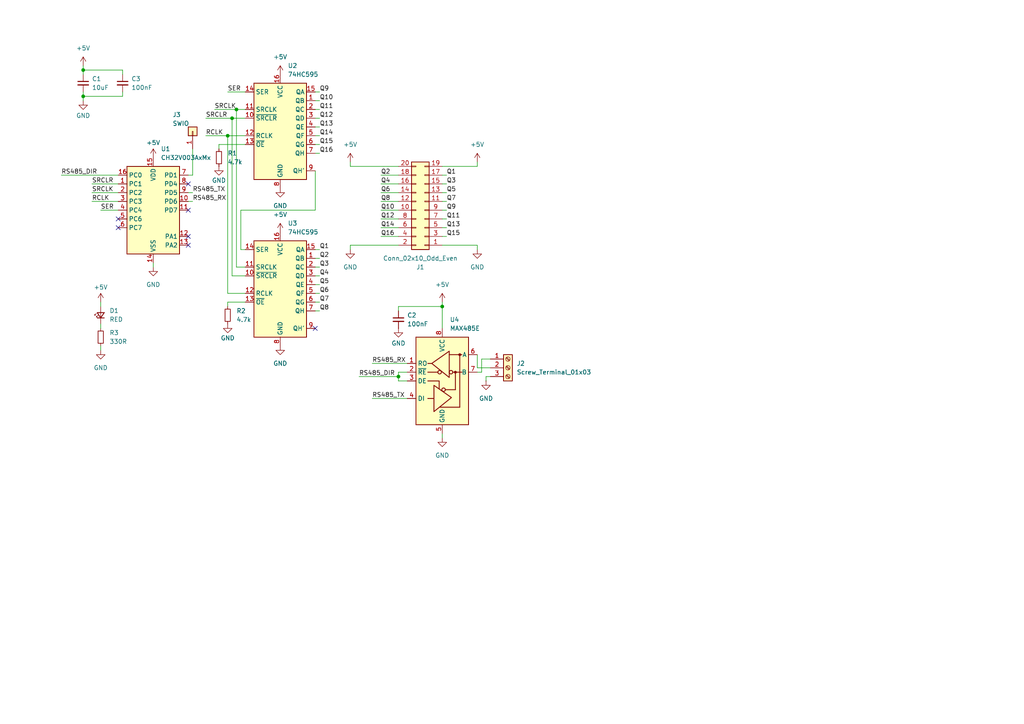
<source format=kicad_sch>
(kicad_sch (version 20231120) (generator "eeschema") (generator_version "8.0")
  (paper "A4")
  (lib_symbols
    (symbol "74xx:74HC595"
      (property "Reference" "U" (at -7.62 13.97 0))
      (property "Value" "74HC595" (at -7.62 -16.51 0))
      (symbol "74HC595_1_0"
        (pin tri_state line (at 10.16 7.62 180) (length 2.54) (name "QB") (number "1"))
        (pin input line (at -10.16 2.54 0) (length 2.54) (name "~{SRCLR}") (number "10"))
        (pin input line (at -10.16 5.08 0) (length 2.54) (name "SRCLK") (number "11"))
        (pin input line (at -10.16 -2.54 0) (length 2.54) (name "RCLK") (number "12"))
        (pin input line (at -10.16 -5.08 0) (length 2.54) (name "~{OE}") (number "13"))
        (pin input line (at -10.16 10.16 0) (length 2.54) (name "SER") (number "14"))
        (pin tri_state line (at 10.16 10.16 180) (length 2.54) (name "QA") (number "15"))
        (pin power_in line (at 0 15.24 270) (length 2.54) (name "VCC") (number "16"))
        (pin tri_state line (at 10.16 5.08 180) (length 2.54) (name "QC") (number "2"))
        (pin tri_state line (at 10.16 2.54 180) (length 2.54) (name "QD") (number "3"))
        (pin tri_state line (at 10.16 0 180) (length 2.54) (name "QE") (number "4"))
        (pin tri_state line (at 10.16 -2.54 180) (length 2.54) (name "QF") (number "5"))
        (pin tri_state line (at 10.16 -5.08 180) (length 2.54) (name "QG") (number "6"))
        (pin tri_state line (at 10.16 -7.62 180) (length 2.54) (name "QH") (number "7"))
        (pin power_in line (at 0 -17.78 90) (length 2.54) (name "GND") (number "8"))
        (pin output line (at 10.16 -12.7 180) (length 2.54) (name "QH'") (number "9"))
      )
      (symbol "74HC595_1_1"
        (rectangle (start -7.62 12.7) (end 7.62 -15.24) (stroke (width 0.254)) (fill (type background)))
      )
    )
    (symbol "Connector:Screw_Terminal_01x03" (pin_names (offset 1.016) hide)
      (property "Reference" "J" (at 0 5.08 0))
      (property "Value" "Screw_Terminal_01x03" (at 0 -5.08 0))
      (symbol "Screw_Terminal_01x03_1_1"
        (rectangle (start -1.27 3.81) (end 1.27 -3.81) (stroke (width 0.254)) (fill (type background)))
        (circle (center 0 -2.54) (radius 0.635) (stroke (width 0.1524)))
        (polyline (pts (xy -0.5334 -2.2098) (xy 0.3302 -3.048)) (stroke (width 0.1524)))
        (polyline (pts (xy -0.5334 0.3302) (xy 0.3302 -0.508)) (stroke (width 0.1524)))
        (polyline (pts (xy -0.5334 2.8702) (xy 0.3302 2.032)) (stroke (width 0.1524)))
        (polyline (pts (xy -0.3556 -2.032) (xy 0.508 -2.8702)) (stroke (width 0.1524)))
        (polyline (pts (xy -0.3556 0.508) (xy 0.508 -0.3302)) (stroke (width 0.1524)))
        (polyline (pts (xy -0.3556 3.048) (xy 0.508 2.2098)) (stroke (width 0.1524)))
        (circle (center 0 0) (radius 0.635) (stroke (width 0.1524)))
        (circle (center 0 2.54) (radius 0.635) (stroke (width 0.1524)))
        (pin passive line (at -5.08 2.54 0) (length 3.81) (name "Pin_1") (number "1"))
        (pin passive line (at -5.08 0 0) (length 3.81) (name "Pin_2") (number "2"))
        (pin passive line (at -5.08 -2.54 0) (length 3.81) (name "Pin_3") (number "3"))
      )
    )
    (symbol "Connector_Generic:Conn_01x01" (pin_names (offset 1.016) hide)
      (property "Reference" "J" (at 0 2.54 0))
      (property "Value" "Conn_01x01" (at 0 -2.54 0))
      (symbol "Conn_01x01_1_1"
        (rectangle (start -1.27 0.127) (end 0 -0.127) (stroke (width 0.1524)))
        (rectangle (start -1.27 1.27) (end 1.27 -1.27) (stroke (width 0.254)) (fill (type background)))
        (pin passive line (at -5.08 0 0) (length 3.81) (name "Pin_1") (number "1"))
      )
    )
    (symbol "Connector_Generic:Conn_02x10_Odd_Even" (pin_names (offset 1.016) hide)
      (property "Reference" "J" (at 1.27 12.7 0))
      (property "Value" "Conn_02x10_Odd_Even" (at 1.27 -15.24 0))
      (symbol "Conn_02x10_Odd_Even_1_1"
        (rectangle (start -1.27 -12.573) (end 0 -12.827) (stroke (width 0.1524)))
        (rectangle (start -1.27 -10.033) (end 0 -10.287) (stroke (width 0.1524)))
        (rectangle (start -1.27 -7.493) (end 0 -7.747) (stroke (width 0.1524)))
        (rectangle (start -1.27 -4.953) (end 0 -5.207) (stroke (width 0.1524)))
        (rectangle (start -1.27 -2.413) (end 0 -2.667) (stroke (width 0.1524)))
        (rectangle (start -1.27 0.127) (end 0 -0.127) (stroke (width 0.1524)))
        (rectangle (start -1.27 2.667) (end 0 2.413) (stroke (width 0.1524)))
        (rectangle (start -1.27 5.207) (end 0 4.953) (stroke (width 0.1524)))
        (rectangle (start -1.27 7.747) (end 0 7.493) (stroke (width 0.1524)))
        (rectangle (start -1.27 10.287) (end 0 10.033) (stroke (width 0.1524)))
        (rectangle (start -1.27 11.43) (end 3.81 -13.97) (stroke (width 0.254)) (fill (type background)))
        (rectangle (start 3.81 -12.573) (end 2.54 -12.827) (stroke (width 0.1524)))
        (rectangle (start 3.81 -10.033) (end 2.54 -10.287) (stroke (width 0.1524)))
        (rectangle (start 3.81 -7.493) (end 2.54 -7.747) (stroke (width 0.1524)))
        (rectangle (start 3.81 -4.953) (end 2.54 -5.207) (stroke (width 0.1524)))
        (rectangle (start 3.81 -2.413) (end 2.54 -2.667) (stroke (width 0.1524)))
        (rectangle (start 3.81 0.127) (end 2.54 -0.127) (stroke (width 0.1524)))
        (rectangle (start 3.81 2.667) (end 2.54 2.413) (stroke (width 0.1524)))
        (rectangle (start 3.81 5.207) (end 2.54 4.953) (stroke (width 0.1524)))
        (rectangle (start 3.81 7.747) (end 2.54 7.493) (stroke (width 0.1524)))
        (rectangle (start 3.81 10.287) (end 2.54 10.033) (stroke (width 0.1524)))
        (pin passive line (at -5.08 10.16 0) (length 3.81) (name "Pin_1") (number "1"))
        (pin passive line (at 7.62 0 180) (length 3.81) (name "Pin_10") (number "10"))
        (pin passive line (at -5.08 -2.54 0) (length 3.81) (name "Pin_11") (number "11"))
        (pin passive line (at 7.62 -2.54 180) (length 3.81) (name "Pin_12") (number "12"))
        (pin passive line (at -5.08 -5.08 0) (length 3.81) (name "Pin_13") (number "13"))
        (pin passive line (at 7.62 -5.08 180) (length 3.81) (name "Pin_14") (number "14"))
        (pin passive line (at -5.08 -7.62 0) (length 3.81) (name "Pin_15") (number "15"))
        (pin passive line (at 7.62 -7.62 180) (length 3.81) (name "Pin_16") (number "16"))
        (pin passive line (at -5.08 -10.16 0) (length 3.81) (name "Pin_17") (number "17"))
        (pin passive line (at 7.62 -10.16 180) (length 3.81) (name "Pin_18") (number "18"))
        (pin passive line (at -5.08 -12.7 0) (length 3.81) (name "Pin_19") (number "19"))
        (pin passive line (at 7.62 10.16 180) (length 3.81) (name "Pin_2") (number "2"))
        (pin passive line (at 7.62 -12.7 180) (length 3.81) (name "Pin_20") (number "20"))
        (pin passive line (at -5.08 7.62 0) (length 3.81) (name "Pin_3") (number "3"))
        (pin passive line (at 7.62 7.62 180) (length 3.81) (name "Pin_4") (number "4"))
        (pin passive line (at -5.08 5.08 0) (length 3.81) (name "Pin_5") (number "5"))
        (pin passive line (at 7.62 5.08 180) (length 3.81) (name "Pin_6") (number "6"))
        (pin passive line (at -5.08 2.54 0) (length 3.81) (name "Pin_7") (number "7"))
        (pin passive line (at 7.62 2.54 180) (length 3.81) (name "Pin_8") (number "8"))
        (pin passive line (at -5.08 0 0) (length 3.81) (name "Pin_9") (number "9"))
      )
    )
    (symbol "Device:C_Small" (pin_numbers hide) (pin_names (offset 0.254) hide)
      (property "Reference" "C" (at 0.254 1.778 0))
      (property "Value" "C_Small" (at 0.254 -2.032 0))
      (symbol "C_Small_0_1"
        (polyline (pts (xy -1.524 -0.508) (xy 1.524 -0.508)) (stroke (width 0.3302)))
        (polyline (pts (xy -1.524 0.508) (xy 1.524 0.508)) (stroke (width 0.3048)))
      )
      (symbol "C_Small_1_1"
        (pin passive line (at 0 2.54 270) (length 2.032) (name "~") (number "1"))
        (pin passive line (at 0 -2.54 90) (length 2.032) (name "~") (number "2"))
      )
    )
    (symbol "Device:LED_Small" (pin_numbers hide) (pin_names (offset 0.254) hide)
      (property "Reference" "D" (at -1.27 3.175 0))
      (property "Value" "LED_Small" (at -4.445 -2.54 0))
      (symbol "LED_Small_0_1"
        (polyline (pts (xy -0.762 -1.016) (xy -0.762 1.016)) (stroke (width 0.254)))
        (polyline (pts (xy 1.016 0) (xy -0.762 0)))
        (polyline (pts (xy 0.762 -1.016) (xy -0.762 0) (xy 0.762 1.016) (xy 0.762 -1.016)) (stroke (width 0.254)))
        (polyline (pts (xy 0 0.762) (xy -0.508 1.27) (xy -0.254 1.27) (xy -0.508 1.27) (xy -0.508 1.016)))
        (polyline (pts (xy 0.508 1.27) (xy 0 1.778) (xy 0.254 1.778) (xy 0 1.778) (xy 0 1.524)))
      )
      (symbol "LED_Small_1_1"
        (pin passive line (at -2.54 0 0) (length 1.778) (name "K") (number "1"))
        (pin passive line (at 2.54 0 180) (length 1.778) (name "A") (number "2"))
      )
    )
    (symbol "Device:R_Small" (pin_numbers hide) (pin_names (offset 0.254) hide)
      (property "Reference" "R" (at 0.762 0.508 0))
      (property "Value" "R_Small" (at 0.762 -1.016 0))
      (symbol "R_Small_0_1"
        (rectangle (start -0.762 1.778) (end 0.762 -1.778) (stroke (width 0.2032)))
      )
      (symbol "R_Small_1_1"
        (pin passive line (at 0 2.54 270) (length 0.762) (name "~") (number "1"))
        (pin passive line (at 0 -2.54 90) (length 0.762) (name "~") (number "2"))
      )
    )
    (symbol "Interface_UART:MAX485E"
      (property "Reference" "U" (at -6.985 13.97 0))
      (property "Value" "MAX485E" (at 1.905 13.97 0))
      (symbol "MAX485E_0_1"
        (rectangle (start -7.62 12.7) (end 7.62 -12.7) (stroke (width 0.254)) (fill (type background)))
        (polyline (pts (xy -4.191 2.54) (xy -1.27 2.54)) (stroke (width 0.254)))
        (polyline (pts (xy -2.54 -5.08) (xy -4.191 -5.08)) (stroke (width 0.254)))
        (polyline (pts (xy -0.635 -7.62) (xy 5.08 -7.62)) (stroke (width 0.254)))
        (polyline (pts (xy 0.889 -2.54) (xy 3.81 -2.54)) (stroke (width 0.254)))
        (polyline (pts (xy 2.032 7.62) (xy 5.715 7.62)) (stroke (width 0.254)))
        (polyline (pts (xy 3.048 2.54) (xy 5.715 2.54)) (stroke (width 0.254)))
        (polyline (pts (xy 3.81 -2.54) (xy 3.81 2.54)) (stroke (width 0.254)))
        (polyline (pts (xy 5.08 -7.62) (xy 5.08 7.62)) (stroke (width 0.254)))
        (polyline (pts (xy -4.191 0) (xy -0.889 0) (xy -0.889 -2.286)) (stroke (width 0.254)))
        (polyline (pts (xy -3.175 5.08) (xy -4.191 5.08) (xy -4.064 5.08)) (stroke (width 0.254)))
        (polyline (pts (xy -2.413 -5.08) (xy -2.413 -1.27) (xy 2.667 -4.826) (xy -2.413 -8.89) (xy -2.413 -5.08)) (stroke (width 0.254)))
        (circle (center 0.381 -2.54) (radius 0.508) (stroke (width 0.254)))
        (circle (center 3.81 2.54) (radius 0.2794) (stroke (width 0.254)) (fill (type outline)))
      )
      (symbol "MAX485E_1_1"
        (circle (center -0.762 2.54) (radius 0.508) (stroke (width 0.254)))
        (polyline (pts (xy 2.032 4.826) (xy 2.032 8.636) (xy -3.048 5.08) (xy 2.032 1.016) (xy 2.032 4.826)) (stroke (width 0.254)))
        (circle (center 2.54 2.54) (radius 0.508) (stroke (width 0.254)))
        (circle (center 5.08 7.62) (radius 0.2794) (stroke (width 0.254)) (fill (type outline)))
        (pin output line (at -10.16 5.08 0) (length 2.54) (name "RO") (number "1"))
        (pin input line (at -10.16 2.54 0) (length 2.54) (name "~{RE}") (number "2"))
        (pin input line (at -10.16 0 0) (length 2.54) (name "DE") (number "3"))
        (pin input line (at -10.16 -5.08 0) (length 2.54) (name "DI") (number "4"))
        (pin power_in line (at 0 -15.24 90) (length 2.54) (name "GND") (number "5"))
        (pin bidirectional line (at 10.16 7.62 180) (length 2.54) (name "A") (number "6"))
        (pin bidirectional line (at 10.16 2.54 180) (length 2.54) (name "B") (number "7"))
        (pin power_in line (at 0 15.24 270) (length 2.54) (name "VCC") (number "8"))
      )
    )
    (symbol "MCU_WCH_CH32V0:CH32V003AxMx"
      (property "Reference" "U" (at -7.62 15.24 0))
      (property "Value" "CH32V003AxMx" (at 7.62 15.24 0))
      (symbol "CH32V003AxMx_1_1"
        (rectangle (start -7.62 12.7) (end 7.62 -12.7) (stroke (width 0.254)) (fill (type background)))
        (pin bidirectional line (at -10.16 7.62 0) (length 2.54) (name "PC1") (number "1"))
        (pin bidirectional line (at 10.16 2.54 180) (length 2.54) (name "PD6") (number "10"))
        (pin bidirectional line (at 10.16 0 180) (length 2.54) (name "PD7") (number "11"))
        (pin bidirectional line (at 10.16 -7.62 180) (length 2.54) (name "PA1") (number "12"))
        (pin bidirectional line (at 10.16 -10.16 180) (length 2.54) (name "PA2") (number "13"))
        (pin power_in line (at 0 -15.24 90) (length 2.54) (name "VSS") (number "14"))
        (pin power_in line (at 0 15.24 270) (length 2.54) (name "VDD") (number "15"))
        (pin bidirectional line (at -10.16 10.16 0) (length 2.54) (name "PC0") (number "16"))
        (pin bidirectional line (at -10.16 5.08 0) (length 2.54) (name "PC2") (number "2"))
        (pin bidirectional line (at -10.16 2.54 0) (length 2.54) (name "PC3") (number "3"))
        (pin bidirectional line (at -10.16 0 0) (length 2.54) (name "PC4") (number "4"))
        (pin bidirectional line (at -10.16 -2.54 0) (length 2.54) (name "PC6") (number "5"))
        (pin bidirectional line (at -10.16 -5.08 0) (length 2.54) (name "PC7") (number "6"))
        (pin bidirectional line (at 10.16 10.16 180) (length 2.54) (name "PD1") (number "7"))
        (pin bidirectional line (at 10.16 7.62 180) (length 2.54) (name "PD4") (number "8"))
        (pin bidirectional line (at 10.16 5.08 180) (length 2.54) (name "PD5") (number "9"))
      )
    )
    (symbol "power:+5V" (power) (pin_numbers hide) (pin_names (offset 0) hide)
      (property "Value" "+5V" (at 0 3.556 0))
      (symbol "+5V_0_1"
        (polyline (pts (xy -0.762 1.27) (xy 0 2.54)))
        (polyline (pts (xy 0 0) (xy 0 2.54)))
        (polyline (pts (xy 0 2.54) (xy 0.762 1.27)))
      )
      (symbol "+5V_1_1"
        (pin power_in line (at 0 0 90) (length 0) (name "~") (number "1"))
      )
    )
    (symbol "power:GND" (power) (pin_numbers hide) (pin_names (offset 0) hide)
      (property "Value" "GND" (at 0 -3.81 0))
      (symbol "GND_0_1"
        (polyline (pts (xy 0 0) (xy 0 -1.27) (xy 1.27 -1.27) (xy 0 -2.54) (xy -1.27 -1.27) (xy 0 -1.27)))
      )
      (symbol "GND_1_1"
        (pin power_in line (at 0 0 270) (length 0) (name "~") (number "1"))
      )
    )
  )
  (junction (at 66.04 39.37))
  (junction (at 128.27 88.9))
  (junction (at 115.57 109.22))
  (junction (at 24.13 27.94))
  (junction (at 67.31 34.29))
  (junction (at 24.13 20.32))
  (junction (at 68.58 31.75))
  (no_connect (at 54.61 53.34))
  (no_connect (at 54.61 68.58))
  (no_connect (at 91.44 95.25))
  (no_connect (at 54.61 71.12))
  (no_connect (at 34.29 63.5))
  (no_connect (at 34.29 66.04))
  (no_connect (at 54.61 60.96))
  (wire (pts (xy 110.49 63.5) (xy 115.57 63.5)))
  (wire (pts (xy 115.57 88.9) (xy 115.57 90.17)))
  (wire (pts (xy 91.44 60.96) (xy 69.85 60.96)))
  (wire (pts (xy 69.85 72.39) (xy 71.12 72.39)))
  (wire (pts (xy 91.44 85.09) (xy 92.71 85.09)))
  (wire (pts (xy 140.97 109.22) (xy 140.97 110.49)))
  (wire (pts (xy 128.27 88.9) (xy 115.57 88.9)))
  (wire (pts (xy 128.27 50.8) (xy 129.54 50.8)))
  (wire (pts (xy 91.44 29.21) (xy 92.71 29.21)))
  (wire (pts (xy 128.27 58.42) (xy 129.54 58.42)))
  (wire (pts (xy 115.57 109.22) (xy 115.57 110.49)))
  (wire (pts (xy 35.56 20.32) (xy 35.56 21.59)))
  (wire (pts (xy 128.27 87.63) (xy 128.27 88.9)))
  (wire (pts (xy 67.31 34.29) (xy 67.31 80.01)))
  (wire (pts (xy 66.04 26.67) (xy 71.12 26.67)))
  (wire (pts (xy 91.44 34.29) (xy 92.71 34.29)))
  (wire (pts (xy 110.49 68.58) (xy 115.57 68.58)))
  (wire (pts (xy 91.44 26.67) (xy 92.71 26.67)))
  (wire (pts (xy 24.13 20.32) (xy 24.13 21.59)))
  (wire (pts (xy 91.44 77.47) (xy 92.71 77.47)))
  (wire (pts (xy 128.27 125.73) (xy 128.27 127)))
  (wire (pts (xy 91.44 41.91) (xy 92.71 41.91)))
  (wire (pts (xy 128.27 48.26) (xy 138.43 48.26)))
  (wire (pts (xy 29.21 93.98) (xy 29.21 95.25)))
  (wire (pts (xy 67.31 80.01) (xy 71.12 80.01)))
  (wire (pts (xy 110.49 66.04) (xy 115.57 66.04)))
  (wire (pts (xy 63.5 41.91) (xy 63.5 43.18)))
  (wire (pts (xy 69.85 60.96) (xy 69.85 72.39)))
  (wire (pts (xy 54.61 55.88) (xy 55.88 55.88)))
  (wire (pts (xy 29.21 87.63) (xy 29.21 88.9)))
  (wire (pts (xy 128.27 60.96) (xy 129.54 60.96)))
  (wire (pts (xy 128.27 68.58) (xy 129.54 68.58)))
  (wire (pts (xy 91.44 80.01) (xy 92.71 80.01)))
  (wire (pts (xy 17.78 50.8) (xy 34.29 50.8)))
  (wire (pts (xy 139.7 104.14) (xy 142.24 104.14)))
  (wire (pts (xy 107.95 105.41) (xy 118.11 105.41)))
  (wire (pts (xy 115.57 110.49) (xy 118.11 110.49)))
  (wire (pts (xy 91.44 90.17) (xy 92.71 90.17)))
  (wire (pts (xy 29.21 100.33) (xy 29.21 101.6)))
  (wire (pts (xy 26.67 53.34) (xy 34.29 53.34)))
  (wire (pts (xy 71.12 39.37) (xy 66.04 39.37)))
  (wire (pts (xy 101.6 71.12) (xy 101.6 72.39)))
  (wire (pts (xy 104.14 109.22) (xy 115.57 109.22)))
  (wire (pts (xy 140.97 109.22) (xy 142.24 109.22)))
  (wire (pts (xy 55.88 50.8) (xy 55.88 43.18)))
  (wire (pts (xy 71.12 34.29) (xy 67.31 34.29)))
  (wire (pts (xy 91.44 36.83) (xy 92.71 36.83)))
  (wire (pts (xy 71.12 41.91) (xy 63.5 41.91)))
  (wire (pts (xy 110.49 53.34) (xy 115.57 53.34)))
  (wire (pts (xy 91.44 87.63) (xy 92.71 87.63)))
  (wire (pts (xy 68.58 31.75) (xy 68.58 77.47)))
  (wire (pts (xy 128.27 55.88) (xy 129.54 55.88)))
  (wire (pts (xy 59.69 39.37) (xy 66.04 39.37)))
  (wire (pts (xy 29.21 60.96) (xy 34.29 60.96)))
  (wire (pts (xy 91.44 44.45) (xy 92.71 44.45)))
  (wire (pts (xy 54.61 58.42) (xy 55.88 58.42)))
  (wire (pts (xy 44.45 76.2) (xy 44.45 77.47)))
  (wire (pts (xy 128.27 88.9) (xy 128.27 95.25)))
  (wire (pts (xy 128.27 71.12) (xy 138.43 71.12)))
  (wire (pts (xy 24.13 19.05) (xy 24.13 20.32)))
  (wire (pts (xy 138.43 48.26) (xy 138.43 46.99)))
  (wire (pts (xy 35.56 27.94) (xy 35.56 26.67)))
  (wire (pts (xy 24.13 29.21) (xy 24.13 27.94)))
  (wire (pts (xy 107.95 115.57) (xy 118.11 115.57)))
  (wire (pts (xy 26.67 55.88) (xy 34.29 55.88)))
  (wire (pts (xy 115.57 71.12) (xy 101.6 71.12)))
  (wire (pts (xy 54.61 50.8) (xy 55.88 50.8)))
  (wire (pts (xy 128.27 63.5) (xy 129.54 63.5)))
  (wire (pts (xy 115.57 107.95) (xy 115.57 109.22)))
  (wire (pts (xy 24.13 27.94) (xy 35.56 27.94)))
  (wire (pts (xy 91.44 72.39) (xy 92.71 72.39)))
  (wire (pts (xy 91.44 39.37) (xy 92.71 39.37)))
  (wire (pts (xy 66.04 39.37) (xy 66.04 85.09)))
  (wire (pts (xy 101.6 48.26) (xy 101.6 46.99)))
  (wire (pts (xy 138.43 107.95) (xy 139.7 107.95)))
  (wire (pts (xy 59.69 34.29) (xy 67.31 34.29)))
  (wire (pts (xy 110.49 55.88) (xy 115.57 55.88)))
  (wire (pts (xy 62.23 31.75) (xy 68.58 31.75)))
  (wire (pts (xy 26.67 58.42) (xy 34.29 58.42)))
  (wire (pts (xy 24.13 20.32) (xy 35.56 20.32)))
  (wire (pts (xy 66.04 85.09) (xy 71.12 85.09)))
  (wire (pts (xy 110.49 58.42) (xy 115.57 58.42)))
  (wire (pts (xy 91.44 74.93) (xy 92.71 74.93)))
  (wire (pts (xy 128.27 53.34) (xy 129.54 53.34)))
  (wire (pts (xy 115.57 48.26) (xy 101.6 48.26)))
  (wire (pts (xy 91.44 31.75) (xy 92.71 31.75)))
  (wire (pts (xy 91.44 82.55) (xy 92.71 82.55)))
  (wire (pts (xy 118.11 107.95) (xy 115.57 107.95)))
  (wire (pts (xy 110.49 60.96) (xy 115.57 60.96)))
  (wire (pts (xy 110.49 50.8) (xy 115.57 50.8)))
  (wire (pts (xy 138.43 106.68) (xy 142.24 106.68)))
  (wire (pts (xy 91.44 49.53) (xy 91.44 60.96)))
  (wire (pts (xy 138.43 71.12) (xy 138.43 72.39)))
  (wire (pts (xy 71.12 31.75) (xy 68.58 31.75)))
  (wire (pts (xy 66.04 87.63) (xy 66.04 88.9)))
  (wire (pts (xy 139.7 107.95) (xy 139.7 104.14)))
  (wire (pts (xy 24.13 27.94) (xy 24.13 26.67)))
  (wire (pts (xy 138.43 102.87) (xy 138.43 106.68)))
  (wire (pts (xy 71.12 87.63) (xy 66.04 87.63)))
  (wire (pts (xy 128.27 66.04) (xy 129.54 66.04)))
  (wire (pts (xy 68.58 77.47) (xy 71.12 77.47)))
  (label "Q15" (at 92.71 41.91 0))
  (label "SRCLK" (at 62.23 31.75 0))
  (label "Q13" (at 92.71 36.83 0))
  (label "Q3" (at 92.71 77.47 0))
  (label "Q6" (at 110.49 55.88 0))
  (label "SRCLK" (at 26.67 55.88 0))
  (label "Q10" (at 110.49 60.96 0))
  (label "RS485_TX" (at 107.95 115.57 0))
  (label "Q5" (at 129.54 55.88 0))
  (label "RS485_RX" (at 55.88 58.42 0))
  (label "Q2" (at 110.49 50.8 0))
  (label "Q13" (at 129.54 66.04 0))
  (label "Q14" (at 110.49 66.04 0))
  (label "Q8" (at 92.71 90.17 0))
  (label "RS485_RX" (at 107.95 105.41 0))
  (label "Q7" (at 129.54 58.42 0))
  (label "Q6" (at 92.71 85.09 0))
  (label "RS485_TX" (at 55.88 55.88 0))
  (label "Q4" (at 92.71 80.01 0))
  (label "Q10" (at 92.71 29.21 0))
  (label "Q8" (at 110.49 58.42 0))
  (label "Q1" (at 92.71 72.39 0))
  (label "Q16" (at 110.49 68.58 0))
  (label "SER" (at 66.04 26.67 0))
  (label "Q7" (at 92.71 87.63 0))
  (label "Q15" (at 129.54 68.58 0))
  (label "SRCLR" (at 59.69 34.29 0))
  (label "Q1" (at 129.54 50.8 0))
  (label "Q14" (at 92.71 39.37 0))
  (label "Q9" (at 92.71 26.67 0))
  (label "RS485_DIR" (at 104.14 109.22 0))
  (label "SRCLR" (at 26.67 53.34 0))
  (label "Q11" (at 92.71 31.75 0))
  (label "RCLK" (at 26.67 58.42 0))
  (label "RS485_DIR" (at 17.78 50.8 0))
  (label "SER" (at 29.21 60.96 0))
  (label "Q16" (at 92.71 44.45 0))
  (label "Q12" (at 92.71 34.29 0))
  (label "Q2" (at 92.71 74.93 0))
  (label "Q4" (at 110.49 53.34 0))
  (label "Q9" (at 129.54 60.96 0))
  (label "Q11" (at 129.54 63.5 0))
  (label "Q5" (at 92.71 82.55 0))
  (label "Q3" (at 129.54 53.34 0))
  (label "Q12" (at 110.49 63.5 0))
  (label "RCLK" (at 59.69 39.37 0))
  (symbol (lib_id "power:GND") (at 138.43 72.39 0) (unit 1)
    (property "Reference" "#PWR07" (effects (hide yes)))
    (property "Value" "GND" (at 138.43 77.47 0))
    (property "Description" "Power symbol creates a global label with name \"GND\" , ground" (effects (hide yes)))
  )
  (symbol (lib_id "Connector_Generic:Conn_02x10_Odd_Even") (at 123.19 60.96 180) (unit 1)
    (property "Reference" "J1" (at 121.92 77.47 0))
    (property "Value" "Conn_02x10_Odd_Even" (at 121.92 74.93 0))
    (property "Footprint" "Connector_PinSocket_2.54mm:PinSocket_2x10_P2.54mm_Horizontal" (effects (hide yes)))
    (property "Description" "Generic connector, double row, 02x10, odd/even pin numbering scheme (row 1 odd numbers, row 2 even numbers), script generated (kicad-library-utils/schlib/autogen/connector/)" (effects (hide yes)))
  )
  (symbol (lib_id "power:+5V") (at 29.21 87.63 0) (unit 1)
    (property "Reference" "#PWR020" (effects (hide yes)))
    (property "Value" "+5V" (at 29.21 83.312 0))
    (property "Description" "Power symbol creates a global label with name \"+5V\"" (effects (hide yes)))
  )
  (symbol (lib_id "Device:C_Small") (at 35.56 24.13 0) (unit 1)
    (property "Reference" "C3" (at 38.1 22.8662 0) (effects (justify left)))
    (property "Value" "100nF" (at 38.1 25.4062 0) (effects (justify left)))
    (property "Footprint" "Capacitor_SMD:C_0603_1608Metric_Pad1.08x0.95mm_HandSolder" (effects (hide yes)))
    (property "Description" "Unpolarized capacitor, small symbol" (effects (hide yes)))
  )
  (symbol (lib_id "Device:R_Small") (at 29.21 97.79 0) (unit 1)
    (property "Reference" "R3" (at 31.75 96.5199 0) (effects (justify left)))
    (property "Value" "330R" (at 31.75 99.0599 0) (effects (justify left)))
    (property "Footprint" "Resistor_SMD:R_0402_1005Metric_Pad0.72x0.64mm_HandSolder" (effects (hide yes)))
    (property "Description" "Resistor, small symbol" (effects (hide yes)))
  )
  (symbol (lib_id "power:+5V") (at 81.28 21.59 0) (unit 1)
    (property "Reference" "#PWR03" (effects (hide yes)))
    (property "Value" "+5V" (at 81.28 16.51 0))
    (property "Description" "Power symbol creates a global label with name \"+5V\"" (effects (hide yes)))
  )
  (symbol (lib_id "MCU_WCH_CH32V0:CH32V003AxMx") (at 44.45 60.96 0) (unit 1)
    (property "Reference" "U1" (at 46.6441 43.18 0) (effects (justify left)))
    (property "Value" "CH32V003AxMx" (at 46.6441 45.72 0) (effects (justify left)))
    (property "Footprint" "Package_SO:SOP-16_3.9x9.9mm_P1.27mm" (effects (hide yes)))
    (property "Datasheet" "https://www.wch-ic.com/products/CH32V003.html" (effects (hide yes)))
    (property "Description" "CH32V003 series are industrial-grade general-purpose microcontrollers designed based on 32-bit RISC-V instruction set and architecture. It adopts QingKe V2A core, RV32EC instruction set, and supports 2 levels of interrupt nesting. The series are mounted with rich peripheral interfaces and function modules. Its internal organizational structure meets the low-cost and low-power embedded application scenarios." (effects (hide yes)))
  )
  (symbol (lib_id "Device:C_Small") (at 115.57 92.71 0) (unit 1)
    (property "Reference" "C2" (at 118.11 91.4462 0) (effects (justify left)))
    (property "Value" "100nF" (at 118.11 93.9862 0) (effects (justify left)))
    (property "Footprint" "Capacitor_SMD:C_0603_1608Metric_Pad1.08x0.95mm_HandSolder" (effects (hide yes)))
    (property "Description" "Unpolarized capacitor, small symbol" (effects (hide yes)))
  )
  (symbol (lib_id "power:+5V") (at 101.6 46.99 0) (unit 1)
    (property "Reference" "#PWR010" (effects (hide yes)))
    (property "Value" "+5V" (at 101.6 41.91 0))
    (property "Description" "Power symbol creates a global label with name \"+5V\"" (effects (hide yes)))
  )
  (symbol (lib_id "Connector:Screw_Terminal_01x03") (at 147.32 106.68 0) (unit 1)
    (property "Reference" "J2" (at 149.86 105.4099 0) (effects (justify left)))
    (property "Value" "Screw_Terminal_01x03" (at 149.86 107.9499 0) (effects (justify left)))
    (property "Footprint" "TerminalBlock:TerminalBlock_Xinya_XY308-2.54-3P_1x03_P2.54mm_Horizontal" (effects (hide yes)))
    (property "Description" "Generic screw terminal, single row, 01x03, script generated (kicad-library-utils/schlib/autogen/connector/)" (effects (hide yes)))
  )
  (symbol (lib_id "power:GND") (at 29.21 101.6 0) (unit 1)
    (property "Reference" "#PWR019" (effects (hide yes)))
    (property "Value" "GND" (at 29.21 106.68 0))
    (property "Description" "Power symbol creates a global label with name \"GND\" , ground" (effects (hide yes)))
  )
  (symbol (lib_id "Connector_Generic:Conn_01x01") (at 55.88 38.1 90) (unit 1)
    (property "Reference" "J3" (at 50.038 33.274 90) (effects (justify right)))
    (property "Value" "SWIO" (at 50.038 35.814 90) (effects (justify right)))
    (property "Footprint" "Connector_PinHeader_2.54mm:PinHeader_1x01_P2.54mm_Vertical" (effects (hide yes)))
    (property "Description" "Generic connector, single row, 01x01, script generated (kicad-library-utils/schlib/autogen/connector/)" (effects (hide yes)))
  )
  (symbol (lib_id "Interface_UART:MAX485E") (at 128.27 110.49 0) (unit 1)
    (property "Reference" "U4" (at 130.4641 92.71 0) (effects (justify left)))
    (property "Value" "MAX485E" (at 130.4641 95.25 0) (effects (justify left)))
    (property "Footprint" "Package_SO:SOIC-8_3.9x4.9mm_P1.27mm" (effects (hide yes)))
    (property "Datasheet" "https://datasheets.maximintegrated.com/en/ds/MAX1487E-MAX491E.pdf" (effects (hide yes)))
    (property "Description" "Half duplex RS-485/RS-422, 2.5 Mbps, ±15kV electro-static discharge (ESD) protection, no slew-rate, no low-power shutdown, with receiver/driver enable, 32 receiver drive capability, DIP-8 and SOIC-8" (effects (hide yes)))
  )
  (symbol (lib_id "power:GND") (at 24.13 29.21 0) (unit 1)
    (property "Reference" "#PWR017" (effects (hide yes)))
    (property "Value" "GND" (at 24.13 33.528 0))
    (property "Description" "Power symbol creates a global label with name \"GND\" , ground" (effects (hide yes)))
  )
  (symbol (lib_id "power:GND") (at 101.6 72.39 0) (unit 1)
    (property "Reference" "#PWR08" (effects (hide yes)))
    (property "Value" "GND" (at 101.6 77.47 0))
    (property "Description" "Power symbol creates a global label with name \"GND\" , ground" (effects (hide yes)))
  )
  (symbol (lib_id "74xx:74HC595") (at 81.28 82.55 0) (unit 1)
    (property "Reference" "U3" (at 83.4741 64.77 0) (effects (justify left)))
    (property "Value" "74HC595" (at 83.4741 67.31 0) (effects (justify left)))
    (property "Footprint" "Package_SO:SOIC-16_3.9x9.9mm_P1.27mm" (effects (hide yes)))
    (property "Datasheet" "http://www.ti.com/lit/ds/symlink/sn74hc595.pdf" (effects (hide yes)))
    (property "Description" "8-bit serial in/out Shift Register 3-State Outputs" (effects (hide yes)))
  )
  (symbol (lib_id "Device:C_Small") (at 24.13 24.13 0) (unit 1)
    (property "Reference" "C1" (at 26.67 22.8662 0) (effects (justify left)))
    (property "Value" "10uF" (at 26.67 25.4062 0) (effects (justify left)))
    (property "Footprint" "Capacitor_SMD:C_0805_2012Metric_Pad1.18x1.45mm_HandSolder" (effects (hide yes)))
    (property "Description" "Unpolarized capacitor, small symbol" (effects (hide yes)))
  )
  (symbol (lib_id "power:GND") (at 140.97 110.49 0) (unit 1)
    (property "Reference" "#PWR013" (effects (hide yes)))
    (property "Value" "GND" (at 140.97 115.57 0))
    (property "Description" "Power symbol creates a global label with name \"GND\" , ground" (effects (hide yes)))
  )
  (symbol (lib_id "74xx:74HC595") (at 81.28 36.83 0) (unit 1)
    (property "Reference" "U2" (at 83.4741 19.05 0) (effects (justify left)))
    (property "Value" "74HC595" (at 83.4741 21.59 0) (effects (justify left)))
    (property "Footprint" "Package_SO:SOIC-16_3.9x9.9mm_P1.27mm" (effects (hide yes)))
    (property "Datasheet" "http://www.ti.com/lit/ds/symlink/sn74hc595.pdf" (effects (hide yes)))
    (property "Description" "8-bit serial in/out Shift Register 3-State Outputs" (effects (hide yes)))
  )
  (symbol (lib_id "power:+5V") (at 138.43 46.99 0) (unit 1)
    (property "Reference" "#PWR09" (effects (hide yes)))
    (property "Value" "+5V" (at 138.43 41.91 0))
    (property "Description" "Power symbol creates a global label with name \"+5V\"" (effects (hide yes)))
  )
  (symbol (lib_id "power:GND") (at 44.45 77.47 0) (unit 1)
    (property "Reference" "#PWR01" (effects (hide yes)))
    (property "Value" "GND" (at 44.45 82.55 0))
    (property "Description" "Power symbol creates a global label with name \"GND\" , ground" (effects (hide yes)))
  )
  (symbol (lib_id "power:+5V") (at 44.45 45.72 0) (unit 1)
    (property "Reference" "#PWR02" (effects (hide yes)))
    (property "Value" "+5V" (at 44.45 41.402 0))
    (property "Description" "Power symbol creates a global label with name \"+5V\"" (effects (hide yes)))
  )
  (symbol (lib_id "power:GND") (at 115.57 95.25 0) (unit 1)
    (property "Reference" "#PWR015" (effects (hide yes)))
    (property "Value" "GND" (at 115.57 99.568 0))
    (property "Description" "Power symbol creates a global label with name \"GND\" , ground" (effects (hide yes)))
  )
  (symbol (lib_id "Device:R_Small") (at 63.5 45.72 0) (unit 1)
    (property "Reference" "R1" (at 66.04 44.4499 0) (effects (justify left)))
    (property "Value" "4.7k" (at 66.04 46.9899 0) (effects (justify left)))
    (property "Footprint" "Resistor_SMD:R_0402_1005Metric_Pad0.72x0.64mm_HandSolder" (effects (hide yes)))
    (property "Description" "Resistor, small symbol" (effects (hide yes)))
  )
  (symbol (lib_id "power:GND") (at 63.5 48.26 0) (unit 1)
    (property "Reference" "#PWR014" (effects (hide yes)))
    (property "Value" "GND" (at 63.5 52.324 0))
    (property "Description" "Power symbol creates a global label with name \"GND\" , ground" (effects (hide yes)))
  )
  (symbol (lib_id "power:+5V") (at 81.28 67.31 0) (unit 1)
    (property "Reference" "#PWR04" (effects (hide yes)))
    (property "Value" "+5V" (at 81.28 62.23 0))
    (property "Description" "Power symbol creates a global label with name \"+5V\"" (effects (hide yes)))
  )
  (symbol (lib_id "power:GND") (at 81.28 54.61 0) (unit 1)
    (property "Reference" "#PWR05" (effects (hide yes)))
    (property "Value" "GND" (at 81.28 59.69 0))
    (property "Description" "Power symbol creates a global label with name \"GND\" , ground" (effects (hide yes)))
  )
  (symbol (lib_id "power:GND") (at 128.27 127 0) (unit 1)
    (property "Reference" "#PWR011" (effects (hide yes)))
    (property "Value" "GND" (at 128.27 132.08 0))
    (property "Description" "Power symbol creates a global label with name \"GND\" , ground" (effects (hide yes)))
  )
  (symbol (lib_id "Device:LED_Small") (at 29.21 91.44 90) (unit 1)
    (property "Reference" "D1" (at 31.75 90.1064 90) (effects (justify right)))
    (property "Value" "RED" (at 31.75 92.6464 90) (effects (justify right)))
    (property "Footprint" "LED_SMD:LED_0603_1608Metric" (effects (hide yes)))
    (property "Description" "Light emitting diode, small symbol" (effects (hide yes)))
  )
  (symbol (lib_id "power:GND") (at 66.04 93.98 0) (unit 1)
    (property "Reference" "#PWR018" (effects (hide yes)))
    (property "Value" "GND" (at 66.04 98.044 0))
    (property "Description" "Power symbol creates a global label with name \"GND\" , ground" (effects (hide yes)))
  )
  (symbol (lib_id "power:+5V") (at 128.27 87.63 0) (unit 1)
    (property "Reference" "#PWR012" (effects (hide yes)))
    (property "Value" "+5V" (at 128.27 82.55 0))
    (property "Description" "Power symbol creates a global label with name \"+5V\"" (effects (hide yes)))
  )
  (symbol (lib_id "power:+5V") (at 24.13 19.05 0) (unit 1)
    (property "Reference" "#PWR016" (effects (hide yes)))
    (property "Value" "+5V" (at 24.13 13.97 0))
    (property "Description" "Power symbol creates a global label with name \"+5V\"" (effects (hide yes)))
  )
  (symbol (lib_id "Device:R_Small") (at 66.04 91.44 0) (unit 1)
    (property "Reference" "R2" (at 68.58 90.1699 0) (effects (justify left)))
    (property "Value" "4.7k" (at 68.58 92.7099 0) (effects (justify left)))
    (property "Footprint" "Resistor_SMD:R_0402_1005Metric_Pad0.72x0.64mm_HandSolder" (effects (hide yes)))
    (property "Description" "Resistor, small symbol" (effects (hide yes)))
  )
  (symbol (lib_id "power:GND") (at 81.28 100.33 0) (unit 1)
    (property "Reference" "#PWR06" (effects (hide yes)))
    (property "Value" "GND" (at 81.28 105.41 0))
    (property "Description" "Power symbol creates a global label with name \"GND\" , ground" (effects (hide yes)))
  )
)
</source>
